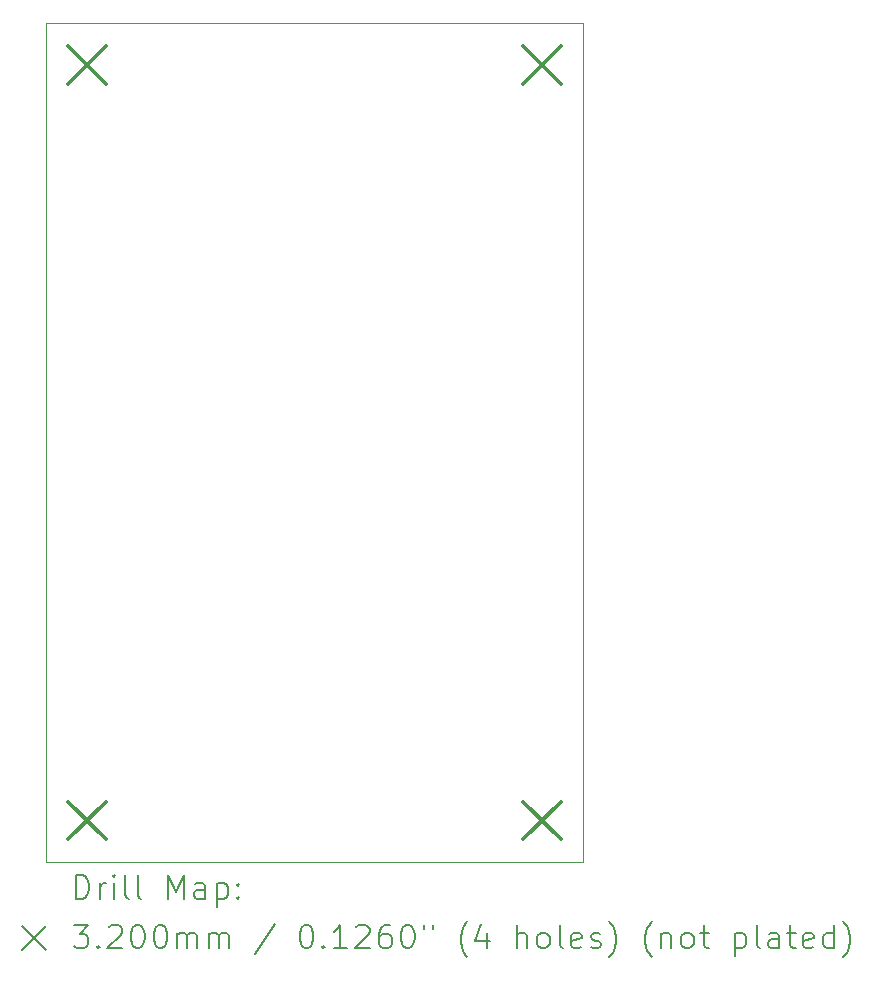
<source format=gbr>
%TF.GenerationSoftware,KiCad,Pcbnew,(6.0.7)*%
%TF.CreationDate,2023-03-09T14:40:35+00:00*%
%TF.ProjectId,ir_sensor,69725f73-656e-4736-9f72-2e6b69636164,rev?*%
%TF.SameCoordinates,Original*%
%TF.FileFunction,Drillmap*%
%TF.FilePolarity,Positive*%
%FSLAX45Y45*%
G04 Gerber Fmt 4.5, Leading zero omitted, Abs format (unit mm)*
G04 Created by KiCad (PCBNEW (6.0.7)) date 2023-03-09 14:40:35*
%MOMM*%
%LPD*%
G01*
G04 APERTURE LIST*
%ADD10C,0.050000*%
%ADD11C,0.200000*%
%ADD12C,0.320000*%
G04 APERTURE END LIST*
D10*
X8200000Y-9650000D02*
X12750000Y-9650000D01*
X8200000Y-7400000D02*
X8200000Y-9650000D01*
X8200000Y-2550000D02*
X12750000Y-2550000D01*
X12750000Y-2550000D02*
X12750000Y-9650000D01*
X8200000Y-7400000D02*
X8200000Y-2550000D01*
D11*
D12*
X8390000Y-2740000D02*
X8710000Y-3060000D01*
X8710000Y-2740000D02*
X8390000Y-3060000D01*
X8390000Y-9140000D02*
X8710000Y-9460000D01*
X8710000Y-9140000D02*
X8390000Y-9460000D01*
X12240000Y-2740000D02*
X12560000Y-3060000D01*
X12560000Y-2740000D02*
X12240000Y-3060000D01*
X12240000Y-9140000D02*
X12560000Y-9460000D01*
X12560000Y-9140000D02*
X12240000Y-9460000D01*
D11*
X8455119Y-9962976D02*
X8455119Y-9762976D01*
X8502738Y-9762976D01*
X8531310Y-9772500D01*
X8550357Y-9791548D01*
X8559881Y-9810595D01*
X8569405Y-9848690D01*
X8569405Y-9877262D01*
X8559881Y-9915357D01*
X8550357Y-9934405D01*
X8531310Y-9953452D01*
X8502738Y-9962976D01*
X8455119Y-9962976D01*
X8655119Y-9962976D02*
X8655119Y-9829643D01*
X8655119Y-9867738D02*
X8664643Y-9848690D01*
X8674167Y-9839167D01*
X8693214Y-9829643D01*
X8712262Y-9829643D01*
X8778929Y-9962976D02*
X8778929Y-9829643D01*
X8778929Y-9762976D02*
X8769405Y-9772500D01*
X8778929Y-9782024D01*
X8788452Y-9772500D01*
X8778929Y-9762976D01*
X8778929Y-9782024D01*
X8902738Y-9962976D02*
X8883690Y-9953452D01*
X8874167Y-9934405D01*
X8874167Y-9762976D01*
X9007500Y-9962976D02*
X8988452Y-9953452D01*
X8978929Y-9934405D01*
X8978929Y-9762976D01*
X9236071Y-9962976D02*
X9236071Y-9762976D01*
X9302738Y-9905833D01*
X9369405Y-9762976D01*
X9369405Y-9962976D01*
X9550357Y-9962976D02*
X9550357Y-9858214D01*
X9540833Y-9839167D01*
X9521786Y-9829643D01*
X9483690Y-9829643D01*
X9464643Y-9839167D01*
X9550357Y-9953452D02*
X9531310Y-9962976D01*
X9483690Y-9962976D01*
X9464643Y-9953452D01*
X9455119Y-9934405D01*
X9455119Y-9915357D01*
X9464643Y-9896310D01*
X9483690Y-9886786D01*
X9531310Y-9886786D01*
X9550357Y-9877262D01*
X9645595Y-9829643D02*
X9645595Y-10029643D01*
X9645595Y-9839167D02*
X9664643Y-9829643D01*
X9702738Y-9829643D01*
X9721786Y-9839167D01*
X9731310Y-9848690D01*
X9740833Y-9867738D01*
X9740833Y-9924881D01*
X9731310Y-9943929D01*
X9721786Y-9953452D01*
X9702738Y-9962976D01*
X9664643Y-9962976D01*
X9645595Y-9953452D01*
X9826548Y-9943929D02*
X9836071Y-9953452D01*
X9826548Y-9962976D01*
X9817024Y-9953452D01*
X9826548Y-9943929D01*
X9826548Y-9962976D01*
X9826548Y-9839167D02*
X9836071Y-9848690D01*
X9826548Y-9858214D01*
X9817024Y-9848690D01*
X9826548Y-9839167D01*
X9826548Y-9858214D01*
X7997500Y-10192500D02*
X8197500Y-10392500D01*
X8197500Y-10192500D02*
X7997500Y-10392500D01*
X8436071Y-10182976D02*
X8559881Y-10182976D01*
X8493214Y-10259167D01*
X8521786Y-10259167D01*
X8540833Y-10268690D01*
X8550357Y-10278214D01*
X8559881Y-10297262D01*
X8559881Y-10344881D01*
X8550357Y-10363929D01*
X8540833Y-10373452D01*
X8521786Y-10382976D01*
X8464643Y-10382976D01*
X8445595Y-10373452D01*
X8436071Y-10363929D01*
X8645595Y-10363929D02*
X8655119Y-10373452D01*
X8645595Y-10382976D01*
X8636071Y-10373452D01*
X8645595Y-10363929D01*
X8645595Y-10382976D01*
X8731310Y-10202024D02*
X8740833Y-10192500D01*
X8759881Y-10182976D01*
X8807500Y-10182976D01*
X8826548Y-10192500D01*
X8836071Y-10202024D01*
X8845595Y-10221071D01*
X8845595Y-10240119D01*
X8836071Y-10268690D01*
X8721786Y-10382976D01*
X8845595Y-10382976D01*
X8969405Y-10182976D02*
X8988452Y-10182976D01*
X9007500Y-10192500D01*
X9017024Y-10202024D01*
X9026548Y-10221071D01*
X9036071Y-10259167D01*
X9036071Y-10306786D01*
X9026548Y-10344881D01*
X9017024Y-10363929D01*
X9007500Y-10373452D01*
X8988452Y-10382976D01*
X8969405Y-10382976D01*
X8950357Y-10373452D01*
X8940833Y-10363929D01*
X8931310Y-10344881D01*
X8921786Y-10306786D01*
X8921786Y-10259167D01*
X8931310Y-10221071D01*
X8940833Y-10202024D01*
X8950357Y-10192500D01*
X8969405Y-10182976D01*
X9159881Y-10182976D02*
X9178929Y-10182976D01*
X9197976Y-10192500D01*
X9207500Y-10202024D01*
X9217024Y-10221071D01*
X9226548Y-10259167D01*
X9226548Y-10306786D01*
X9217024Y-10344881D01*
X9207500Y-10363929D01*
X9197976Y-10373452D01*
X9178929Y-10382976D01*
X9159881Y-10382976D01*
X9140833Y-10373452D01*
X9131310Y-10363929D01*
X9121786Y-10344881D01*
X9112262Y-10306786D01*
X9112262Y-10259167D01*
X9121786Y-10221071D01*
X9131310Y-10202024D01*
X9140833Y-10192500D01*
X9159881Y-10182976D01*
X9312262Y-10382976D02*
X9312262Y-10249643D01*
X9312262Y-10268690D02*
X9321786Y-10259167D01*
X9340833Y-10249643D01*
X9369405Y-10249643D01*
X9388452Y-10259167D01*
X9397976Y-10278214D01*
X9397976Y-10382976D01*
X9397976Y-10278214D02*
X9407500Y-10259167D01*
X9426548Y-10249643D01*
X9455119Y-10249643D01*
X9474167Y-10259167D01*
X9483690Y-10278214D01*
X9483690Y-10382976D01*
X9578929Y-10382976D02*
X9578929Y-10249643D01*
X9578929Y-10268690D02*
X9588452Y-10259167D01*
X9607500Y-10249643D01*
X9636071Y-10249643D01*
X9655119Y-10259167D01*
X9664643Y-10278214D01*
X9664643Y-10382976D01*
X9664643Y-10278214D02*
X9674167Y-10259167D01*
X9693214Y-10249643D01*
X9721786Y-10249643D01*
X9740833Y-10259167D01*
X9750357Y-10278214D01*
X9750357Y-10382976D01*
X10140833Y-10173452D02*
X9969405Y-10430595D01*
X10397976Y-10182976D02*
X10417024Y-10182976D01*
X10436071Y-10192500D01*
X10445595Y-10202024D01*
X10455119Y-10221071D01*
X10464643Y-10259167D01*
X10464643Y-10306786D01*
X10455119Y-10344881D01*
X10445595Y-10363929D01*
X10436071Y-10373452D01*
X10417024Y-10382976D01*
X10397976Y-10382976D01*
X10378929Y-10373452D01*
X10369405Y-10363929D01*
X10359881Y-10344881D01*
X10350357Y-10306786D01*
X10350357Y-10259167D01*
X10359881Y-10221071D01*
X10369405Y-10202024D01*
X10378929Y-10192500D01*
X10397976Y-10182976D01*
X10550357Y-10363929D02*
X10559881Y-10373452D01*
X10550357Y-10382976D01*
X10540833Y-10373452D01*
X10550357Y-10363929D01*
X10550357Y-10382976D01*
X10750357Y-10382976D02*
X10636071Y-10382976D01*
X10693214Y-10382976D02*
X10693214Y-10182976D01*
X10674167Y-10211548D01*
X10655119Y-10230595D01*
X10636071Y-10240119D01*
X10826548Y-10202024D02*
X10836071Y-10192500D01*
X10855119Y-10182976D01*
X10902738Y-10182976D01*
X10921786Y-10192500D01*
X10931310Y-10202024D01*
X10940833Y-10221071D01*
X10940833Y-10240119D01*
X10931310Y-10268690D01*
X10817024Y-10382976D01*
X10940833Y-10382976D01*
X11112262Y-10182976D02*
X11074167Y-10182976D01*
X11055119Y-10192500D01*
X11045595Y-10202024D01*
X11026548Y-10230595D01*
X11017024Y-10268690D01*
X11017024Y-10344881D01*
X11026548Y-10363929D01*
X11036071Y-10373452D01*
X11055119Y-10382976D01*
X11093214Y-10382976D01*
X11112262Y-10373452D01*
X11121786Y-10363929D01*
X11131310Y-10344881D01*
X11131310Y-10297262D01*
X11121786Y-10278214D01*
X11112262Y-10268690D01*
X11093214Y-10259167D01*
X11055119Y-10259167D01*
X11036071Y-10268690D01*
X11026548Y-10278214D01*
X11017024Y-10297262D01*
X11255119Y-10182976D02*
X11274167Y-10182976D01*
X11293214Y-10192500D01*
X11302738Y-10202024D01*
X11312262Y-10221071D01*
X11321786Y-10259167D01*
X11321786Y-10306786D01*
X11312262Y-10344881D01*
X11302738Y-10363929D01*
X11293214Y-10373452D01*
X11274167Y-10382976D01*
X11255119Y-10382976D01*
X11236071Y-10373452D01*
X11226548Y-10363929D01*
X11217024Y-10344881D01*
X11207500Y-10306786D01*
X11207500Y-10259167D01*
X11217024Y-10221071D01*
X11226548Y-10202024D01*
X11236071Y-10192500D01*
X11255119Y-10182976D01*
X11397976Y-10182976D02*
X11397976Y-10221071D01*
X11474167Y-10182976D02*
X11474167Y-10221071D01*
X11769405Y-10459167D02*
X11759881Y-10449643D01*
X11740833Y-10421071D01*
X11731309Y-10402024D01*
X11721786Y-10373452D01*
X11712262Y-10325833D01*
X11712262Y-10287738D01*
X11721786Y-10240119D01*
X11731309Y-10211548D01*
X11740833Y-10192500D01*
X11759881Y-10163929D01*
X11769405Y-10154405D01*
X11931309Y-10249643D02*
X11931309Y-10382976D01*
X11883690Y-10173452D02*
X11836071Y-10316310D01*
X11959881Y-10316310D01*
X12188452Y-10382976D02*
X12188452Y-10182976D01*
X12274167Y-10382976D02*
X12274167Y-10278214D01*
X12264643Y-10259167D01*
X12245595Y-10249643D01*
X12217024Y-10249643D01*
X12197976Y-10259167D01*
X12188452Y-10268690D01*
X12397976Y-10382976D02*
X12378928Y-10373452D01*
X12369405Y-10363929D01*
X12359881Y-10344881D01*
X12359881Y-10287738D01*
X12369405Y-10268690D01*
X12378928Y-10259167D01*
X12397976Y-10249643D01*
X12426548Y-10249643D01*
X12445595Y-10259167D01*
X12455119Y-10268690D01*
X12464643Y-10287738D01*
X12464643Y-10344881D01*
X12455119Y-10363929D01*
X12445595Y-10373452D01*
X12426548Y-10382976D01*
X12397976Y-10382976D01*
X12578928Y-10382976D02*
X12559881Y-10373452D01*
X12550357Y-10354405D01*
X12550357Y-10182976D01*
X12731309Y-10373452D02*
X12712262Y-10382976D01*
X12674167Y-10382976D01*
X12655119Y-10373452D01*
X12645595Y-10354405D01*
X12645595Y-10278214D01*
X12655119Y-10259167D01*
X12674167Y-10249643D01*
X12712262Y-10249643D01*
X12731309Y-10259167D01*
X12740833Y-10278214D01*
X12740833Y-10297262D01*
X12645595Y-10316310D01*
X12817024Y-10373452D02*
X12836071Y-10382976D01*
X12874167Y-10382976D01*
X12893214Y-10373452D01*
X12902738Y-10354405D01*
X12902738Y-10344881D01*
X12893214Y-10325833D01*
X12874167Y-10316310D01*
X12845595Y-10316310D01*
X12826548Y-10306786D01*
X12817024Y-10287738D01*
X12817024Y-10278214D01*
X12826548Y-10259167D01*
X12845595Y-10249643D01*
X12874167Y-10249643D01*
X12893214Y-10259167D01*
X12969405Y-10459167D02*
X12978928Y-10449643D01*
X12997976Y-10421071D01*
X13007500Y-10402024D01*
X13017024Y-10373452D01*
X13026548Y-10325833D01*
X13026548Y-10287738D01*
X13017024Y-10240119D01*
X13007500Y-10211548D01*
X12997976Y-10192500D01*
X12978928Y-10163929D01*
X12969405Y-10154405D01*
X13331309Y-10459167D02*
X13321786Y-10449643D01*
X13302738Y-10421071D01*
X13293214Y-10402024D01*
X13283690Y-10373452D01*
X13274167Y-10325833D01*
X13274167Y-10287738D01*
X13283690Y-10240119D01*
X13293214Y-10211548D01*
X13302738Y-10192500D01*
X13321786Y-10163929D01*
X13331309Y-10154405D01*
X13407500Y-10249643D02*
X13407500Y-10382976D01*
X13407500Y-10268690D02*
X13417024Y-10259167D01*
X13436071Y-10249643D01*
X13464643Y-10249643D01*
X13483690Y-10259167D01*
X13493214Y-10278214D01*
X13493214Y-10382976D01*
X13617024Y-10382976D02*
X13597976Y-10373452D01*
X13588452Y-10363929D01*
X13578928Y-10344881D01*
X13578928Y-10287738D01*
X13588452Y-10268690D01*
X13597976Y-10259167D01*
X13617024Y-10249643D01*
X13645595Y-10249643D01*
X13664643Y-10259167D01*
X13674167Y-10268690D01*
X13683690Y-10287738D01*
X13683690Y-10344881D01*
X13674167Y-10363929D01*
X13664643Y-10373452D01*
X13645595Y-10382976D01*
X13617024Y-10382976D01*
X13740833Y-10249643D02*
X13817024Y-10249643D01*
X13769405Y-10182976D02*
X13769405Y-10354405D01*
X13778928Y-10373452D01*
X13797976Y-10382976D01*
X13817024Y-10382976D01*
X14036071Y-10249643D02*
X14036071Y-10449643D01*
X14036071Y-10259167D02*
X14055119Y-10249643D01*
X14093214Y-10249643D01*
X14112262Y-10259167D01*
X14121786Y-10268690D01*
X14131309Y-10287738D01*
X14131309Y-10344881D01*
X14121786Y-10363929D01*
X14112262Y-10373452D01*
X14093214Y-10382976D01*
X14055119Y-10382976D01*
X14036071Y-10373452D01*
X14245595Y-10382976D02*
X14226548Y-10373452D01*
X14217024Y-10354405D01*
X14217024Y-10182976D01*
X14407500Y-10382976D02*
X14407500Y-10278214D01*
X14397976Y-10259167D01*
X14378928Y-10249643D01*
X14340833Y-10249643D01*
X14321786Y-10259167D01*
X14407500Y-10373452D02*
X14388452Y-10382976D01*
X14340833Y-10382976D01*
X14321786Y-10373452D01*
X14312262Y-10354405D01*
X14312262Y-10335357D01*
X14321786Y-10316310D01*
X14340833Y-10306786D01*
X14388452Y-10306786D01*
X14407500Y-10297262D01*
X14474167Y-10249643D02*
X14550357Y-10249643D01*
X14502738Y-10182976D02*
X14502738Y-10354405D01*
X14512262Y-10373452D01*
X14531309Y-10382976D01*
X14550357Y-10382976D01*
X14693214Y-10373452D02*
X14674167Y-10382976D01*
X14636071Y-10382976D01*
X14617024Y-10373452D01*
X14607500Y-10354405D01*
X14607500Y-10278214D01*
X14617024Y-10259167D01*
X14636071Y-10249643D01*
X14674167Y-10249643D01*
X14693214Y-10259167D01*
X14702738Y-10278214D01*
X14702738Y-10297262D01*
X14607500Y-10316310D01*
X14874167Y-10382976D02*
X14874167Y-10182976D01*
X14874167Y-10373452D02*
X14855119Y-10382976D01*
X14817024Y-10382976D01*
X14797976Y-10373452D01*
X14788452Y-10363929D01*
X14778928Y-10344881D01*
X14778928Y-10287738D01*
X14788452Y-10268690D01*
X14797976Y-10259167D01*
X14817024Y-10249643D01*
X14855119Y-10249643D01*
X14874167Y-10259167D01*
X14950357Y-10459167D02*
X14959881Y-10449643D01*
X14978928Y-10421071D01*
X14988452Y-10402024D01*
X14997976Y-10373452D01*
X15007500Y-10325833D01*
X15007500Y-10287738D01*
X14997976Y-10240119D01*
X14988452Y-10211548D01*
X14978928Y-10192500D01*
X14959881Y-10163929D01*
X14950357Y-10154405D01*
M02*

</source>
